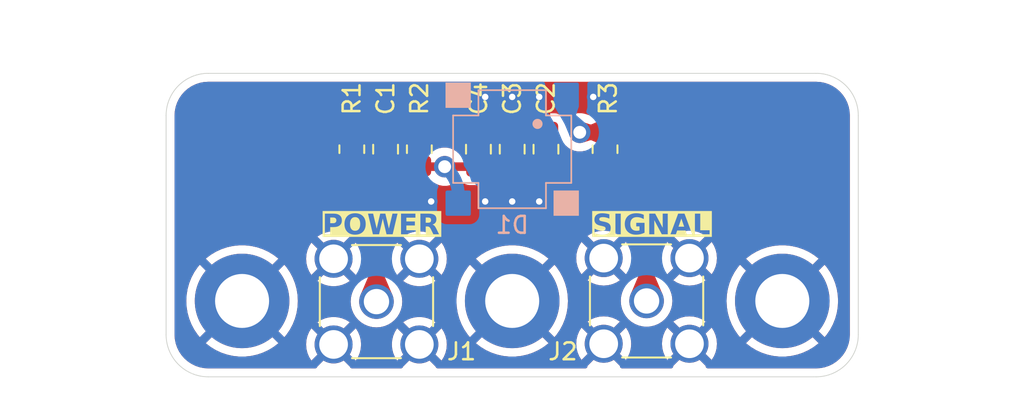
<source format=kicad_pcb>
(kicad_pcb (version 20240108) (generator "pcbnew") (generator_version "8.0")
  (layers (0 "F.Cu" signal) (31 "B.Cu" signal) (34 "B.Paste" user) (35 "F.Paste" user) (36 "B.SilkS" user "B.Silkscreen") (37 "F.SilkS" user "F.Silkscreen") (38 "B.Mask" user) (39 "F.Mask" user) (44 "Edge.Cuts" user))
  (net 0 "")
  (net 1 "GND")
  (net 2 "Net-(C1-Pad1)")
  (net 3 "Net-(D1-K)")
  (net 4 "Net-(D1-A)")
  (net 5 "Net-(J1-In)")
  (footprint "Capacitor_SMD:C_0805_2012Metric_Pad1.18x1.45mm_HandSolder" (layer "F.Cu") (at 172 90.5 90)
    (property "Reference" "C2" (at 3 0 90) (layer "F.SilkS"))
    (property "Value" "10n")
    (fp_line (start -0.261252 -0.735) (end 0.261252 -0.735) (stroke (width 0.12)) (layer "F.SilkS"))
    (fp_line (start -0.261252 0.735) (end 0.261252 0.735) (stroke (width 0.12)) (layer "F.SilkS"))
    (pad "1" smd roundrect (at -1.0375 0 90) (size 1.175 1.45) (layers "F.Cu" "F.Paste" "F.Mask") (roundrect_rratio 0.212766) (net 3 "Net-(D1-K)"))
    (pad "2" smd roundrect (at 1.0375 0 90) (size 1.175 1.45) (layers "F.Cu" "F.Paste" "F.Mask") (roundrect_rratio 0.212766) (net 1 "GND"))
  )
  (footprint "Resistor_SMD:R_0805_2012Metric_Pad1.20x1.40mm_HandSolder" (layer "F.Cu") (at 175.5 90.5 90)
    (property "Reference" "R3" (at 3 0.18 90) (layer "F.SilkS"))
    (property "Value" "49.9R")
    (fp_line (start -0.227064 -0.735) (end 0.227064 -0.735) (stroke (width 0.12)) (layer "F.SilkS"))
    (fp_line (start -0.227064 0.735) (end 0.227064 0.735) (stroke (width 0.12)) (layer "F.SilkS"))
    (pad "1" smd roundrect (at -1 0 90) (size 1.2 1.4) (layers "F.Cu" "F.Paste" "F.Mask") (roundrect_rratio 0.208333) (net 1 "GND"))
    (pad "2" smd roundrect (at 1 0 90) (size 1.2 1.4) (layers "F.Cu" "F.Paste" "F.Mask") (roundrect_rratio 0.208333) (net 4 "Net-(D1-A)"))
  )
  (footprint "Capacitor_SMD:C_0805_2012Metric_Pad1.18x1.45mm_HandSolder" (layer "F.Cu") (at 170 90.5 90)
    (property "Reference" "C3" (at 3 0 90) (layer "F.SilkS"))
    (property "Value" "10n")
    (fp_line (start -0.261252 -0.735) (end 0.261252 -0.735) (stroke (width 0.12)) (layer "F.SilkS"))
    (fp_line (start -0.261252 0.735) (end 0.261252 0.735) (stroke (width 0.12)) (layer "F.SilkS"))
    (pad "1" smd roundrect (at -1.0375 0 90) (size 1.175 1.45) (layers "F.Cu" "F.Paste" "F.Mask") (roundrect_rratio 0.212766) (net 3 "Net-(D1-K)"))
    (pad "2" smd roundrect (at 1.0375 0 90) (size 1.175 1.45) (layers "F.Cu" "F.Paste" "F.Mask") (roundrect_rratio 0.212766) (net 1 "GND"))
  )
  (footprint "MountingHole:MountingHole_3.2mm_M3_DIN965_Pad" (layer "F.Cu") (at 154 99.5)
    (property "Reference" "REF**" (hide yes))
    (property "Value" "MountingHole_3.2mm_M3_DIN965_Pad")
    (pad "1" thru_hole circle (at 0 0) (size 5.6 5.6) (drill 3.2) (layers "*.Cu" "*.Mask") (net 1 "GND"))
  )
  (footprint "Capacitor_SMD:C_0805_2012Metric_Pad1.18x1.45mm_HandSolder" (layer "F.Cu") (at 168 90.5 90)
    (property "Reference" "C4" (at 3 0 90) (layer "F.SilkS"))
    (property "Value" "10n")
    (fp_line (start -0.261252 -0.735) (end 0.261252 -0.735) (stroke (width 0.12)) (layer "F.SilkS"))
    (fp_line (start -0.261252 0.735) (end 0.261252 0.735) (stroke (width 0.12)) (layer "F.SilkS"))
    (pad "1" smd roundrect (at -1.0375 0 90) (size 1.175 1.45) (layers "F.Cu" "F.Paste" "F.Mask") (roundrect_rratio 0.212766) (net 3 "Net-(D1-K)"))
    (pad "2" smd roundrect (at 1.0375 0 90) (size 1.175 1.45) (layers "F.Cu" "F.Paste" "F.Mask") (roundrect_rratio 0.212766) (net 1 "GND"))
  )
  (footprint "Capacitor_SMD:C_0805_2012Metric_Pad1.18x1.45mm_HandSolder" (layer "F.Cu") (at 162.5 90.5 -90)
    (property "Reference" "C1" (at -3 0 -90) (layer "F.SilkS"))
    (property "Value" "10n")
    (fp_line (start -0.261252 0.735) (end 0.261252 0.735) (stroke (width 0.12)) (layer "F.SilkS"))
    (fp_line (start -0.261252 -0.735) (end 0.261252 -0.735) (stroke (width 0.12)) (layer "F.SilkS"))
    (pad "1" smd roundrect (at -1.0375 0 270) (size 1.175 1.45) (layers "F.Cu" "F.Paste" "F.Mask") (roundrect_rratio 0.212766) (net 2 "Net-(C1-Pad1)"))
    (pad "2" smd roundrect (at 1.0375 0 270) (size 1.175 1.45) (layers "F.Cu" "F.Paste" "F.Mask") (roundrect_rratio 0.212766) (net 1 "GND"))
  )
  (footprint "Resistor_SMD:R_0805_2012Metric_Pad1.20x1.40mm_HandSolder" (layer "F.Cu") (at 164.5 90.5 -90)
    (property "Reference" "R2" (at -3 0 -90) (layer "F.SilkS"))
    (property "Value" "49.9R")
    (fp_line (start -0.227064 0.735) (end 0.227064 0.735) (stroke (width 0.12)) (layer "F.SilkS"))
    (fp_line (start -0.227064 -0.735) (end 0.227064 -0.735) (stroke (width 0.12)) (layer "F.SilkS"))
    (pad "1" smd roundrect (at -1 0 270) (size 1.2 1.4) (layers "F.Cu" "F.Paste" "F.Mask") (roundrect_rratio 0.208333) (net 2 "Net-(C1-Pad1)"))
    (pad "2" smd roundrect (at 1 0 270) (size 1.2 1.4) (layers "F.Cu" "F.Paste" "F.Mask") (roundrect_rratio 0.208333) (net 3 "Net-(D1-K)"))
  )
  (footprint "Resistor_SMD:R_0805_2012Metric_Pad1.20x1.40mm_HandSolder" (layer "F.Cu") (at 160.5 90.5 90)
    (property "Reference" "R1" (at 3 0 -90) (layer "F.SilkS"))
    (property "Value" "49.9R")
    (fp_line (start -0.227064 -0.735) (end 0.227064 -0.735) (stroke (width 0.12)) (layer "F.SilkS"))
    (fp_line (start -0.227064 0.735) (end 0.227064 0.735) (stroke (width 0.12)) (layer "F.SilkS"))
    (pad "1" smd roundrect (at -1 0 90) (size 1.2 1.4) (layers "F.Cu" "F.Paste" "F.Mask") (roundrect_rratio 0.208333) (net 5 "Net-(J1-In)"))
    (pad "2" smd roundrect (at 1 0 90) (size 1.2 1.4) (layers "F.Cu" "F.Paste" "F.Mask") (roundrect_rratio 0.208333) (net 2 "Net-(C1-Pad1)"))
  )
  (footprint "sma:SMA_Amphenol_901-144_Vertical" (layer "F.Cu") (at 177.96 99.5)
    (property "Reference" "J2" (at -4.96 3 0) (layer "F.SilkS"))
    (property "Value" "SMA SIGNAL")
    (fp_line (start -3.355 -1.45) (end -3.355 1.45) (stroke (width 0.12)) (layer "F.SilkS"))
    (fp_line (start -1.45 -3.355) (end 1.45 -3.355) (stroke (width 0.12)) (layer "F.SilkS"))
    (fp_line (start -1.45 3.355) (end 1.45 3.355) (stroke (width 0.12)) (layer "F.SilkS"))
    (fp_line (start 3.355 -1.45) (end 3.355 1.45) (stroke (width 0.12)) (layer "F.SilkS"))
    (pad "1" thru_hole circle (at 0 0) (size 2.05 2.05) (drill 1.5) (layers "*.Cu" "*.Mask") (net 4 "Net-(D1-A)"))
    (pad "2" thru_hole circle (at -2.54 -2.54) (size 2.25 2.25) (drill 1.7) (layers "*.Cu" "*.Mask") (net 1 "GND"))
    (pad "2" thru_hole circle (at -2.54 2.54) (size 2.25 2.25) (drill 1.7) (layers "*.Cu" "*.Mask") (net 1 "GND"))
    (pad "2" thru_hole circle (at 2.54 -2.54) (size 2.25 2.25) (drill 1.7) (layers "*.Cu" "*.Mask") (net 1 "GND"))
    (pad "2" thru_hole circle (at 2.54 2.54) (size 2.25 2.25) (drill 1.7) (layers "*.Cu" "*.Mask") (net 1 "GND"))
  )
  (footprint "MountingHole:MountingHole_3.2mm_M3_DIN965_Pad" (layer "F.Cu") (at 186 99.5)
    (property "Reference" "REF**" (hide yes))
    (property "Value" "MountingHole_3.2mm_M3_DIN965_Pad")
    (pad "1" thru_hole circle (at 0 0) (size 5.6 5.6) (drill 3.2) (layers "*.Cu" "*.Mask") (net 1 "GND"))
  )
  (footprint "sma:SMA_Amphenol_901-144_Vertical" (layer "F.Cu") (at 161.96 99.54)
    (property "Reference" "J1" (at 5.04 2.96 0) (layer "F.SilkS"))
    (property "Value" "SMA BIAS")
    (fp_line (start -3.355 -1.45) (end -3.355 1.45) (stroke (width 0.12)) (layer "F.SilkS"))
    (fp_line (start -1.45 -3.355) (end 1.45 -3.355) (stroke (width 0.12)) (layer "F.SilkS"))
    (fp_line (start -1.45 3.355) (end 1.45 3.355) (stroke (width 0.12)) (layer "F.SilkS"))
    (fp_line (start 3.355 -1.45) (end 3.355 1.45) (stroke (width 0.12)) (layer "F.SilkS"))
    (pad "1" thru_hole circle (at 0 0) (size 2.05 2.05) (drill 1.5) (layers "*.Cu" "*.Mask") (net 5 "Net-(J1-In)"))
    (pad "2" thru_hole circle (at -2.54 -2.54) (size 2.25 2.25) (drill 1.7) (layers "*.Cu" "*.Mask") (net 1 "GND"))
    (pad "2" thru_hole circle (at -2.54 2.54) (size 2.25 2.25) (drill 1.7) (layers "*.Cu" "*.Mask") (net 1 "GND"))
    (pad "2" thru_hole circle (at 2.54 -2.54) (size 2.25 2.25) (drill 1.7) (layers "*.Cu" "*.Mask") (net 1 "GND"))
    (pad "2" thru_hole circle (at 2.54 2.54) (size 2.25 2.25) (drill 1.7) (layers "*.Cu" "*.Mask") (net 1 "GND"))
  )
  (footprint "MountingHole:MountingHole_3.2mm_M3_DIN965_Pad" (layer "F.Cu") (at 170 99.5)
    (property "Reference" "REF**" (hide yes))
    (property "Value" "MountingHole_3.2mm_M3_DIN965_Pad")
    (pad "1" thru_hole circle (at 0 0) (size 5.6 5.6) (drill 3.2) (layers "*.Cu" "*.Mask") (net 1 "GND"))
  )
  (footprint "sipm:MICROFC-60035-SMT-TR" (layer "B.Cu") (at 170 90.5 180)
    (property "Reference" "D1" (at 0 -4.5 0) (layer "B.SilkS") (effects (justify mirror)))
    (property "Value" "MICROFC-60035-SMT-TR SIPM")
    (fp_line (start 3.5 2) (end 3.5 -2) (stroke (width 0.1)) (layer "B.SilkS"))
    (fp_line (start 3.5 2) (end 2 2) (stroke (width 0.1)) (layer "B.SilkS"))
    (fp_line (start 3.5 -2) (end 2 -2) (stroke (width 0.1)) (layer "B.SilkS"))
    (fp_line (start 2 3.5) (end -2 3.5) (stroke (width 0.1)) (layer "B.SilkS"))
    (fp_line (start 2 2) (end 2 3.5) (stroke (width 0.1)) (layer "B.SilkS"))
    (fp_line (start 2 -2) (end 2 -3.5) (stroke (width 0.1)) (layer "B.SilkS"))
    (fp_line (start -2 2) (end -2 3.5) (stroke (width 0.1)) (layer "B.SilkS"))
    (fp_line (start -2 -2) (end -3.5 -2) (stroke (width 0.1)) (layer "B.SilkS"))
    (fp_line (start -2 -3.5) (end 2 -3.5) (stroke (width 0.1)) (layer "B.SilkS"))
    (fp_line (start -2 -3.5) (end -2 -2) (stroke (width 0.1)) (layer "B.SilkS"))
    (fp_line (start -3.5 2) (end -2 2) (stroke (width 0.1)) (layer "B.SilkS"))
    (fp_line (start -3.5 -2) (end -3.5 2) (stroke (width 0.1)) (layer "B.SilkS"))
    (fp_rect (start 2.45 3.95) (end 3.95 2.45) (fill solid) (layer "B.SilkS"))
    (fp_rect (start -3.95 -2.45) (end -2.45 -3.95) (fill solid) (layer "B.SilkS"))
    (fp_circle (center -1.5 1.5) (end -1.25 1.5) (stroke (width 0.1)) (fill solid) (layer "B.SilkS"))
    (pad "1" smd roundrect (at 3.2 -3.2 180) (size 1.5 1.5) (layers "B.Cu" "B.Paste" "B.Mask") (roundrect_rratio 0.0656167979) (net 3 "Net-(D1-K)"))
    (pad "2" smd roundrect (at -3.2 3.2 180) (size 1.5 1.5) (layers "B.Cu" "B.Paste" "B.Mask") (roundrect_rratio 0.0656167979) (net 4 "Net-(D1-A)"))
  )
  (gr_line (start 149.5 101.5) (end 149.5 88.5) (stroke (width 0.05)) (layer "Edge.Cuts"))
  (gr_arc (start 149.5 88.5) (mid 150.232233 86.732233) (end 152 86) (stroke (width 0.05)) (layer "Edge.Cuts"))
  (gr_arc (start 188 86) (mid 189.767767 86.732233) (end 190.5 88.5) (stroke (width 0.05)) (layer "Edge.Cuts"))
  (gr_arc (start 152 104) (mid 150.232233 103.267767) (end 149.5 101.5) (stroke (width 0.05)) (layer "Edge.Cuts"))
  (gr_arc (start 190.5 101.5) (mid 189.767767 103.267767) (end 188 104) (stroke (width 0.05)) (layer "Edge.Cuts"))
  (gr_line (start 190.5 88.5) (end 190.5 101.5) (stroke (width 0.05)) (layer "Edge.Cuts"))
  (gr_line (start 188 104) (end 152 104) (stroke (width 0.05)) (layer "Edge.Cuts"))
  (gr_line (start 152 86) (end 188 86) (stroke (width 0.05)) (layer "Edge.Cuts"))
  (gr_text "POWER" (at 158.75 95.75 0) (layer "F.SilkS" knockout) (effects (font (size 1.2 1.2) (thickness 0.1)) (justify left bottom)))
  (gr_text "SIGNAL" (at 174.75 95.75 0) (layer "F.SilkS" knockout) (effects (font (size 1.2 1.2) (thickness 0.1)) (justify left bottom)))
  (via (at 168.4 87.4) (size 0.762) (drill 0.381) (layers "F.Cu" "B.Cu") (net 1))
  (via (at 168.4 93.6) (size 0.762) (drill 0.381) (layers "F.Cu" "B.Cu") (net 1))
  (via (at 171.6 87.4) (size 0.762) (drill 0.381) (layers "F.Cu" "B.Cu") (net 1))
  (via (at 170 87.4) (size 0.762) (drill 0.381) (layers "F.Cu" "B.Cu") (net 1))
  (via (at 165.2 93.6) (size 0.762) (drill 0.381) (layers "F.Cu" "B.Cu") (net 1))
  (via (at 170 93.6) (size 0.762) (drill 0.381) (layers "F.Cu" "B.Cu") (net 1))
  (via (at 171.6 93.6) (size 0.762) (drill 0.381) (layers "F.Cu" "B.Cu") (net 1))
  (via (at 174.8 87.4) (size 0.762) (drill 0.381) (layers "F.Cu" "B.Cu") (net 1))
  (segment (start 162.4625 89.5) (end 160.5 89.5) (width 0.508) (layer "F.Cu") (net 2))
  (segment (start 164.5 89.5) (end 162.5375 89.5) (width 0.508) (layer "F.Cu") (net 2))
  (segment (start 162.5375 89.5) (end 162.5 89.4625) (width 0.508) (layer "F.Cu") (net 2))
  (segment (start 162.5 89.4625) (end 162.4625 89.5) (width 0.508) (layer "F.Cu") (net 2))
  (segment (start 164.5375 91.5375) (end 164.5 91.5) (width 0.508) (layer "F.Cu") (net 3))
  (segment (start 170 91.5375) (end 168 91.5375) (width 0.508) (layer "F.Cu") (net 3))
  (segment (start 170 91.5375) (end 172 91.5375) (width 0.508) (layer "F.Cu") (net 3))
  (segment (start 166 91.5375) (end 164.5375 91.5375) (width 0.508) (layer "F.Cu") (net 3))
  (segment (start 168 91.5375) (end 166 91.5375) (width 0.508) (layer "F.Cu") (net 3))
  (via (at 166 91.5375) (size 1.27) (drill 0.762) (layers "F.Cu" "B.Cu") (net 3))
  (segment (start 166.8 93.7) (end 166.8 93.165927) (width 0.762) (layer "B.Cu") (net 3))
  (segment (start 166.214213 91.751713) (end 166 91.5375) (width 0.762) (layer "B.Cu") (net 3))
  (arc (start 166.8 93.165927) (mid 166.647759 92.40056) (end 166.214213 91.751713) (width 0.762) (layer "B.Cu") (net 3))
  (segment (start 178 99.46) (end 177.96 99.5) (width 0.254) (layer "F.Cu") (net 4))
  (segment (start 177.96 91.5) (end 177.96 99.5) (width 0.508) (layer "F.Cu") (net 4))
  (segment (start 174 89.5) (end 175.96 89.5) (width 0.508) (layer "F.Cu") (net 4))
  (segment (start 174 89.5) (end 175.5 89.5) (width 0.508) (layer "F.Cu") (net 4))
  (segment (start 177.5 99.04) (end 177.96 99.5) (width 0.254) (layer "F.Cu") (net 4))
  (via (at 174 89.5) (size 1.27) (drill 0.762) (layers "F.Cu" "B.Cu") (net 4))
  (arc (start 177.96 91.5) (mid 177.374214 90.085786) (end 175.96 89.5) (width 0.508) (layer "F.Cu") (net 4))
  (segment (start 173.2 87.871573) (end 173.2 87.3) (width 0.762) (layer "B.Cu") (net 4))
  (segment (start 174 89.5) (end 173.785786 89.285786) (width 0.762) (layer "B.Cu") (net 4))
  (arc (start 173.785786 89.285786) (mid 173.352241 88.63694) (end 173.2 87.871573) (width 0.762) (layer "B.Cu") (net 4))
  (segment (start 161.374213 94.874213) (end 161.085786 94.585786) (width 0.508) (layer "F.Cu") (net 5))
  (segment (start 160.5 93.171573) (end 160.5 91.5) (width 0.508) (layer "F.Cu") (net 5))
  (segment (start 161.96 99.54) (end 161.96 96.288427) (width 0.508) (layer "F.Cu") (net 5))
  (arc (start 161.96 96.288427) (mid 161.807759 95.52306) (end 161.374213 94.874213) (width 0.508) (layer "F.Cu") (net 5))
  (arc (start 161.085786 94.585786) (mid 160.652241 93.93694) (end 160.5 93.171573) (width 0.508) (layer "F.Cu") (net 5))
  (zone (net 1) (net_name "GND") (layer "F.Cu") (priority 1) (connect_pads (clearance 0.5)) (min_thickness 0.25) (fill yes (thermal_gap 0.5) (thermal_bridge_width 0.5))
    (polygon (pts (xy 149.5 86) (xy 190.5 86) (xy 190.5 104) (xy 149.5 104)))
  )
  (zone (net 1) (net_name "GND") (layer "B.Cu") (connect_pads (clearance 0.5)) (min_thickness 0.25) (fill yes (thermal_gap 0.5) (thermal_bridge_width 0.5))
    (polygon (pts (xy 149.5 86) (xy 190.5 86) (xy 190.5 104) (xy 149.5 104)))
  )
)
</source>
